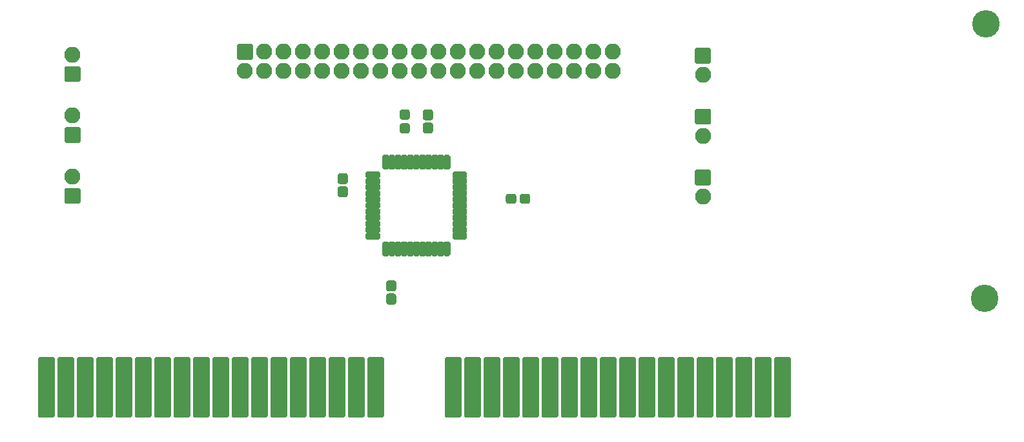
<source format=gbr>
G04 #@! TF.GenerationSoftware,KiCad,Pcbnew,5.1.9-2.fc34*
G04 #@! TF.CreationDate,2021-05-05T22:12:12+01:00*
G04 #@! TF.ProjectId,videoslotadapter,76696465-6f73-46c6-9f74-616461707465,rev?*
G04 #@! TF.SameCoordinates,Original*
G04 #@! TF.FileFunction,Soldermask,Top*
G04 #@! TF.FilePolarity,Negative*
%FSLAX46Y46*%
G04 Gerber Fmt 4.6, Leading zero omitted, Abs format (unit mm)*
G04 Created by KiCad (PCBNEW 5.1.9-2.fc34) date 2021-05-05 22:12:12*
%MOMM*%
%LPD*%
G01*
G04 APERTURE LIST*
%ADD10O,2.100000X2.100000*%
%ADD11C,3.600000*%
G04 APERTURE END LIST*
D10*
X199136000Y-79248000D03*
G36*
G01*
X198086000Y-77558000D02*
X198086000Y-75858000D01*
G75*
G02*
X198286000Y-75658000I200000J0D01*
G01*
X199986000Y-75658000D01*
G75*
G02*
X200186000Y-75858000I0J-200000D01*
G01*
X200186000Y-77558000D01*
G75*
G02*
X199986000Y-77758000I-200000J0D01*
G01*
X198286000Y-77758000D01*
G75*
G02*
X198086000Y-77558000I0J200000D01*
G01*
G37*
X116459000Y-76581000D03*
G36*
G01*
X117509000Y-78271000D02*
X117509000Y-79971000D01*
G75*
G02*
X117309000Y-80171000I-200000J0D01*
G01*
X115609000Y-80171000D01*
G75*
G02*
X115409000Y-79971000I0J200000D01*
G01*
X115409000Y-78271000D01*
G75*
G02*
X115609000Y-78071000I200000J0D01*
G01*
X117309000Y-78071000D01*
G75*
G02*
X117509000Y-78271000I0J-200000D01*
G01*
G37*
X199136000Y-87249000D03*
G36*
G01*
X198086000Y-85559000D02*
X198086000Y-83859000D01*
G75*
G02*
X198286000Y-83659000I200000J0D01*
G01*
X199986000Y-83659000D01*
G75*
G02*
X200186000Y-83859000I0J-200000D01*
G01*
X200186000Y-85559000D01*
G75*
G02*
X199986000Y-85759000I-200000J0D01*
G01*
X198286000Y-85759000D01*
G75*
G02*
X198086000Y-85559000I0J200000D01*
G01*
G37*
X116459000Y-84582000D03*
G36*
G01*
X117509000Y-86272000D02*
X117509000Y-87972000D01*
G75*
G02*
X117309000Y-88172000I-200000J0D01*
G01*
X115609000Y-88172000D01*
G75*
G02*
X115409000Y-87972000I0J200000D01*
G01*
X115409000Y-86272000D01*
G75*
G02*
X115609000Y-86072000I200000J0D01*
G01*
X117309000Y-86072000D01*
G75*
G02*
X117509000Y-86272000I0J-200000D01*
G01*
G37*
G36*
G01*
X152229500Y-85600000D02*
X151554500Y-85600000D01*
G75*
G02*
X151217000Y-85262500I0J337500D01*
G01*
X151217000Y-84462500D01*
G75*
G02*
X151554500Y-84125000I337500J0D01*
G01*
X152229500Y-84125000D01*
G75*
G02*
X152567000Y-84462500I0J-337500D01*
G01*
X152567000Y-85262500D01*
G75*
G02*
X152229500Y-85600000I-337500J0D01*
G01*
G37*
G36*
G01*
X152229500Y-87325000D02*
X151554500Y-87325000D01*
G75*
G02*
X151217000Y-86987500I0J337500D01*
G01*
X151217000Y-86187500D01*
G75*
G02*
X151554500Y-85850000I337500J0D01*
G01*
X152229500Y-85850000D01*
G75*
G02*
X152567000Y-86187500I0J-337500D01*
G01*
X152567000Y-86987500D01*
G75*
G02*
X152229500Y-87325000I-337500J0D01*
G01*
G37*
G36*
G01*
X165269000Y-93142000D02*
X165819000Y-93142000D01*
G75*
G02*
X166019000Y-93342000I0J-200000D01*
G01*
X166019000Y-94842000D01*
G75*
G02*
X165819000Y-95042000I-200000J0D01*
G01*
X165269000Y-95042000D01*
G75*
G02*
X165069000Y-94842000I0J200000D01*
G01*
X165069000Y-93342000D01*
G75*
G02*
X165269000Y-93142000I200000J0D01*
G01*
G37*
G36*
G01*
X164469000Y-93142000D02*
X165019000Y-93142000D01*
G75*
G02*
X165219000Y-93342000I0J-200000D01*
G01*
X165219000Y-94842000D01*
G75*
G02*
X165019000Y-95042000I-200000J0D01*
G01*
X164469000Y-95042000D01*
G75*
G02*
X164269000Y-94842000I0J200000D01*
G01*
X164269000Y-93342000D01*
G75*
G02*
X164469000Y-93142000I200000J0D01*
G01*
G37*
G36*
G01*
X163669000Y-93142000D02*
X164219000Y-93142000D01*
G75*
G02*
X164419000Y-93342000I0J-200000D01*
G01*
X164419000Y-94842000D01*
G75*
G02*
X164219000Y-95042000I-200000J0D01*
G01*
X163669000Y-95042000D01*
G75*
G02*
X163469000Y-94842000I0J200000D01*
G01*
X163469000Y-93342000D01*
G75*
G02*
X163669000Y-93142000I200000J0D01*
G01*
G37*
G36*
G01*
X162869000Y-93142000D02*
X163419000Y-93142000D01*
G75*
G02*
X163619000Y-93342000I0J-200000D01*
G01*
X163619000Y-94842000D01*
G75*
G02*
X163419000Y-95042000I-200000J0D01*
G01*
X162869000Y-95042000D01*
G75*
G02*
X162669000Y-94842000I0J200000D01*
G01*
X162669000Y-93342000D01*
G75*
G02*
X162869000Y-93142000I200000J0D01*
G01*
G37*
G36*
G01*
X162069000Y-93142000D02*
X162619000Y-93142000D01*
G75*
G02*
X162819000Y-93342000I0J-200000D01*
G01*
X162819000Y-94842000D01*
G75*
G02*
X162619000Y-95042000I-200000J0D01*
G01*
X162069000Y-95042000D01*
G75*
G02*
X161869000Y-94842000I0J200000D01*
G01*
X161869000Y-93342000D01*
G75*
G02*
X162069000Y-93142000I200000J0D01*
G01*
G37*
G36*
G01*
X161269000Y-93142000D02*
X161819000Y-93142000D01*
G75*
G02*
X162019000Y-93342000I0J-200000D01*
G01*
X162019000Y-94842000D01*
G75*
G02*
X161819000Y-95042000I-200000J0D01*
G01*
X161269000Y-95042000D01*
G75*
G02*
X161069000Y-94842000I0J200000D01*
G01*
X161069000Y-93342000D01*
G75*
G02*
X161269000Y-93142000I200000J0D01*
G01*
G37*
G36*
G01*
X160469000Y-93142000D02*
X161019000Y-93142000D01*
G75*
G02*
X161219000Y-93342000I0J-200000D01*
G01*
X161219000Y-94842000D01*
G75*
G02*
X161019000Y-95042000I-200000J0D01*
G01*
X160469000Y-95042000D01*
G75*
G02*
X160269000Y-94842000I0J200000D01*
G01*
X160269000Y-93342000D01*
G75*
G02*
X160469000Y-93142000I200000J0D01*
G01*
G37*
G36*
G01*
X159669000Y-93142000D02*
X160219000Y-93142000D01*
G75*
G02*
X160419000Y-93342000I0J-200000D01*
G01*
X160419000Y-94842000D01*
G75*
G02*
X160219000Y-95042000I-200000J0D01*
G01*
X159669000Y-95042000D01*
G75*
G02*
X159469000Y-94842000I0J200000D01*
G01*
X159469000Y-93342000D01*
G75*
G02*
X159669000Y-93142000I200000J0D01*
G01*
G37*
G36*
G01*
X158869000Y-93142000D02*
X159419000Y-93142000D01*
G75*
G02*
X159619000Y-93342000I0J-200000D01*
G01*
X159619000Y-94842000D01*
G75*
G02*
X159419000Y-95042000I-200000J0D01*
G01*
X158869000Y-95042000D01*
G75*
G02*
X158669000Y-94842000I0J200000D01*
G01*
X158669000Y-93342000D01*
G75*
G02*
X158869000Y-93142000I200000J0D01*
G01*
G37*
G36*
G01*
X158069000Y-93142000D02*
X158619000Y-93142000D01*
G75*
G02*
X158819000Y-93342000I0J-200000D01*
G01*
X158819000Y-94842000D01*
G75*
G02*
X158619000Y-95042000I-200000J0D01*
G01*
X158069000Y-95042000D01*
G75*
G02*
X157869000Y-94842000I0J200000D01*
G01*
X157869000Y-93342000D01*
G75*
G02*
X158069000Y-93142000I200000J0D01*
G01*
G37*
G36*
G01*
X157269000Y-93142000D02*
X157819000Y-93142000D01*
G75*
G02*
X158019000Y-93342000I0J-200000D01*
G01*
X158019000Y-94842000D01*
G75*
G02*
X157819000Y-95042000I-200000J0D01*
G01*
X157269000Y-95042000D01*
G75*
G02*
X157069000Y-94842000I0J200000D01*
G01*
X157069000Y-93342000D01*
G75*
G02*
X157269000Y-93142000I200000J0D01*
G01*
G37*
G36*
G01*
X156794000Y-92117000D02*
X156794000Y-92667000D01*
G75*
G02*
X156594000Y-92867000I-200000J0D01*
G01*
X155094000Y-92867000D01*
G75*
G02*
X154894000Y-92667000I0J200000D01*
G01*
X154894000Y-92117000D01*
G75*
G02*
X155094000Y-91917000I200000J0D01*
G01*
X156594000Y-91917000D01*
G75*
G02*
X156794000Y-92117000I0J-200000D01*
G01*
G37*
G36*
G01*
X156794000Y-91317000D02*
X156794000Y-91867000D01*
G75*
G02*
X156594000Y-92067000I-200000J0D01*
G01*
X155094000Y-92067000D01*
G75*
G02*
X154894000Y-91867000I0J200000D01*
G01*
X154894000Y-91317000D01*
G75*
G02*
X155094000Y-91117000I200000J0D01*
G01*
X156594000Y-91117000D01*
G75*
G02*
X156794000Y-91317000I0J-200000D01*
G01*
G37*
G36*
G01*
X156794000Y-90517000D02*
X156794000Y-91067000D01*
G75*
G02*
X156594000Y-91267000I-200000J0D01*
G01*
X155094000Y-91267000D01*
G75*
G02*
X154894000Y-91067000I0J200000D01*
G01*
X154894000Y-90517000D01*
G75*
G02*
X155094000Y-90317000I200000J0D01*
G01*
X156594000Y-90317000D01*
G75*
G02*
X156794000Y-90517000I0J-200000D01*
G01*
G37*
G36*
G01*
X156794000Y-89717000D02*
X156794000Y-90267000D01*
G75*
G02*
X156594000Y-90467000I-200000J0D01*
G01*
X155094000Y-90467000D01*
G75*
G02*
X154894000Y-90267000I0J200000D01*
G01*
X154894000Y-89717000D01*
G75*
G02*
X155094000Y-89517000I200000J0D01*
G01*
X156594000Y-89517000D01*
G75*
G02*
X156794000Y-89717000I0J-200000D01*
G01*
G37*
G36*
G01*
X156794000Y-88917000D02*
X156794000Y-89467000D01*
G75*
G02*
X156594000Y-89667000I-200000J0D01*
G01*
X155094000Y-89667000D01*
G75*
G02*
X154894000Y-89467000I0J200000D01*
G01*
X154894000Y-88917000D01*
G75*
G02*
X155094000Y-88717000I200000J0D01*
G01*
X156594000Y-88717000D01*
G75*
G02*
X156794000Y-88917000I0J-200000D01*
G01*
G37*
G36*
G01*
X156794000Y-88117000D02*
X156794000Y-88667000D01*
G75*
G02*
X156594000Y-88867000I-200000J0D01*
G01*
X155094000Y-88867000D01*
G75*
G02*
X154894000Y-88667000I0J200000D01*
G01*
X154894000Y-88117000D01*
G75*
G02*
X155094000Y-87917000I200000J0D01*
G01*
X156594000Y-87917000D01*
G75*
G02*
X156794000Y-88117000I0J-200000D01*
G01*
G37*
G36*
G01*
X156794000Y-87317000D02*
X156794000Y-87867000D01*
G75*
G02*
X156594000Y-88067000I-200000J0D01*
G01*
X155094000Y-88067000D01*
G75*
G02*
X154894000Y-87867000I0J200000D01*
G01*
X154894000Y-87317000D01*
G75*
G02*
X155094000Y-87117000I200000J0D01*
G01*
X156594000Y-87117000D01*
G75*
G02*
X156794000Y-87317000I0J-200000D01*
G01*
G37*
G36*
G01*
X156794000Y-86517000D02*
X156794000Y-87067000D01*
G75*
G02*
X156594000Y-87267000I-200000J0D01*
G01*
X155094000Y-87267000D01*
G75*
G02*
X154894000Y-87067000I0J200000D01*
G01*
X154894000Y-86517000D01*
G75*
G02*
X155094000Y-86317000I200000J0D01*
G01*
X156594000Y-86317000D01*
G75*
G02*
X156794000Y-86517000I0J-200000D01*
G01*
G37*
G36*
G01*
X156794000Y-85717000D02*
X156794000Y-86267000D01*
G75*
G02*
X156594000Y-86467000I-200000J0D01*
G01*
X155094000Y-86467000D01*
G75*
G02*
X154894000Y-86267000I0J200000D01*
G01*
X154894000Y-85717000D01*
G75*
G02*
X155094000Y-85517000I200000J0D01*
G01*
X156594000Y-85517000D01*
G75*
G02*
X156794000Y-85717000I0J-200000D01*
G01*
G37*
G36*
G01*
X156794000Y-84917000D02*
X156794000Y-85467000D01*
G75*
G02*
X156594000Y-85667000I-200000J0D01*
G01*
X155094000Y-85667000D01*
G75*
G02*
X154894000Y-85467000I0J200000D01*
G01*
X154894000Y-84917000D01*
G75*
G02*
X155094000Y-84717000I200000J0D01*
G01*
X156594000Y-84717000D01*
G75*
G02*
X156794000Y-84917000I0J-200000D01*
G01*
G37*
G36*
G01*
X156794000Y-84117000D02*
X156794000Y-84667000D01*
G75*
G02*
X156594000Y-84867000I-200000J0D01*
G01*
X155094000Y-84867000D01*
G75*
G02*
X154894000Y-84667000I0J200000D01*
G01*
X154894000Y-84117000D01*
G75*
G02*
X155094000Y-83917000I200000J0D01*
G01*
X156594000Y-83917000D01*
G75*
G02*
X156794000Y-84117000I0J-200000D01*
G01*
G37*
G36*
G01*
X157269000Y-81742000D02*
X157819000Y-81742000D01*
G75*
G02*
X158019000Y-81942000I0J-200000D01*
G01*
X158019000Y-83442000D01*
G75*
G02*
X157819000Y-83642000I-200000J0D01*
G01*
X157269000Y-83642000D01*
G75*
G02*
X157069000Y-83442000I0J200000D01*
G01*
X157069000Y-81942000D01*
G75*
G02*
X157269000Y-81742000I200000J0D01*
G01*
G37*
G36*
G01*
X158069000Y-81742000D02*
X158619000Y-81742000D01*
G75*
G02*
X158819000Y-81942000I0J-200000D01*
G01*
X158819000Y-83442000D01*
G75*
G02*
X158619000Y-83642000I-200000J0D01*
G01*
X158069000Y-83642000D01*
G75*
G02*
X157869000Y-83442000I0J200000D01*
G01*
X157869000Y-81942000D01*
G75*
G02*
X158069000Y-81742000I200000J0D01*
G01*
G37*
G36*
G01*
X158869000Y-81742000D02*
X159419000Y-81742000D01*
G75*
G02*
X159619000Y-81942000I0J-200000D01*
G01*
X159619000Y-83442000D01*
G75*
G02*
X159419000Y-83642000I-200000J0D01*
G01*
X158869000Y-83642000D01*
G75*
G02*
X158669000Y-83442000I0J200000D01*
G01*
X158669000Y-81942000D01*
G75*
G02*
X158869000Y-81742000I200000J0D01*
G01*
G37*
G36*
G01*
X159669000Y-81742000D02*
X160219000Y-81742000D01*
G75*
G02*
X160419000Y-81942000I0J-200000D01*
G01*
X160419000Y-83442000D01*
G75*
G02*
X160219000Y-83642000I-200000J0D01*
G01*
X159669000Y-83642000D01*
G75*
G02*
X159469000Y-83442000I0J200000D01*
G01*
X159469000Y-81942000D01*
G75*
G02*
X159669000Y-81742000I200000J0D01*
G01*
G37*
G36*
G01*
X160469000Y-81742000D02*
X161019000Y-81742000D01*
G75*
G02*
X161219000Y-81942000I0J-200000D01*
G01*
X161219000Y-83442000D01*
G75*
G02*
X161019000Y-83642000I-200000J0D01*
G01*
X160469000Y-83642000D01*
G75*
G02*
X160269000Y-83442000I0J200000D01*
G01*
X160269000Y-81942000D01*
G75*
G02*
X160469000Y-81742000I200000J0D01*
G01*
G37*
G36*
G01*
X161269000Y-81742000D02*
X161819000Y-81742000D01*
G75*
G02*
X162019000Y-81942000I0J-200000D01*
G01*
X162019000Y-83442000D01*
G75*
G02*
X161819000Y-83642000I-200000J0D01*
G01*
X161269000Y-83642000D01*
G75*
G02*
X161069000Y-83442000I0J200000D01*
G01*
X161069000Y-81942000D01*
G75*
G02*
X161269000Y-81742000I200000J0D01*
G01*
G37*
G36*
G01*
X162069000Y-81742000D02*
X162619000Y-81742000D01*
G75*
G02*
X162819000Y-81942000I0J-200000D01*
G01*
X162819000Y-83442000D01*
G75*
G02*
X162619000Y-83642000I-200000J0D01*
G01*
X162069000Y-83642000D01*
G75*
G02*
X161869000Y-83442000I0J200000D01*
G01*
X161869000Y-81942000D01*
G75*
G02*
X162069000Y-81742000I200000J0D01*
G01*
G37*
G36*
G01*
X162869000Y-81742000D02*
X163419000Y-81742000D01*
G75*
G02*
X163619000Y-81942000I0J-200000D01*
G01*
X163619000Y-83442000D01*
G75*
G02*
X163419000Y-83642000I-200000J0D01*
G01*
X162869000Y-83642000D01*
G75*
G02*
X162669000Y-83442000I0J200000D01*
G01*
X162669000Y-81942000D01*
G75*
G02*
X162869000Y-81742000I200000J0D01*
G01*
G37*
G36*
G01*
X163669000Y-81742000D02*
X164219000Y-81742000D01*
G75*
G02*
X164419000Y-81942000I0J-200000D01*
G01*
X164419000Y-83442000D01*
G75*
G02*
X164219000Y-83642000I-200000J0D01*
G01*
X163669000Y-83642000D01*
G75*
G02*
X163469000Y-83442000I0J200000D01*
G01*
X163469000Y-81942000D01*
G75*
G02*
X163669000Y-81742000I200000J0D01*
G01*
G37*
G36*
G01*
X164469000Y-81742000D02*
X165019000Y-81742000D01*
G75*
G02*
X165219000Y-81942000I0J-200000D01*
G01*
X165219000Y-83442000D01*
G75*
G02*
X165019000Y-83642000I-200000J0D01*
G01*
X164469000Y-83642000D01*
G75*
G02*
X164269000Y-83442000I0J200000D01*
G01*
X164269000Y-81942000D01*
G75*
G02*
X164469000Y-81742000I200000J0D01*
G01*
G37*
G36*
G01*
X165269000Y-81742000D02*
X165819000Y-81742000D01*
G75*
G02*
X166019000Y-81942000I0J-200000D01*
G01*
X166019000Y-83442000D01*
G75*
G02*
X165819000Y-83642000I-200000J0D01*
G01*
X165269000Y-83642000D01*
G75*
G02*
X165069000Y-83442000I0J200000D01*
G01*
X165069000Y-81942000D01*
G75*
G02*
X165269000Y-81742000I200000J0D01*
G01*
G37*
G36*
G01*
X168194000Y-84117000D02*
X168194000Y-84667000D01*
G75*
G02*
X167994000Y-84867000I-200000J0D01*
G01*
X166494000Y-84867000D01*
G75*
G02*
X166294000Y-84667000I0J200000D01*
G01*
X166294000Y-84117000D01*
G75*
G02*
X166494000Y-83917000I200000J0D01*
G01*
X167994000Y-83917000D01*
G75*
G02*
X168194000Y-84117000I0J-200000D01*
G01*
G37*
G36*
G01*
X168194000Y-84917000D02*
X168194000Y-85467000D01*
G75*
G02*
X167994000Y-85667000I-200000J0D01*
G01*
X166494000Y-85667000D01*
G75*
G02*
X166294000Y-85467000I0J200000D01*
G01*
X166294000Y-84917000D01*
G75*
G02*
X166494000Y-84717000I200000J0D01*
G01*
X167994000Y-84717000D01*
G75*
G02*
X168194000Y-84917000I0J-200000D01*
G01*
G37*
G36*
G01*
X168194000Y-85717000D02*
X168194000Y-86267000D01*
G75*
G02*
X167994000Y-86467000I-200000J0D01*
G01*
X166494000Y-86467000D01*
G75*
G02*
X166294000Y-86267000I0J200000D01*
G01*
X166294000Y-85717000D01*
G75*
G02*
X166494000Y-85517000I200000J0D01*
G01*
X167994000Y-85517000D01*
G75*
G02*
X168194000Y-85717000I0J-200000D01*
G01*
G37*
G36*
G01*
X168194000Y-86517000D02*
X168194000Y-87067000D01*
G75*
G02*
X167994000Y-87267000I-200000J0D01*
G01*
X166494000Y-87267000D01*
G75*
G02*
X166294000Y-87067000I0J200000D01*
G01*
X166294000Y-86517000D01*
G75*
G02*
X166494000Y-86317000I200000J0D01*
G01*
X167994000Y-86317000D01*
G75*
G02*
X168194000Y-86517000I0J-200000D01*
G01*
G37*
G36*
G01*
X168194000Y-87317000D02*
X168194000Y-87867000D01*
G75*
G02*
X167994000Y-88067000I-200000J0D01*
G01*
X166494000Y-88067000D01*
G75*
G02*
X166294000Y-87867000I0J200000D01*
G01*
X166294000Y-87317000D01*
G75*
G02*
X166494000Y-87117000I200000J0D01*
G01*
X167994000Y-87117000D01*
G75*
G02*
X168194000Y-87317000I0J-200000D01*
G01*
G37*
G36*
G01*
X168194000Y-88117000D02*
X168194000Y-88667000D01*
G75*
G02*
X167994000Y-88867000I-200000J0D01*
G01*
X166494000Y-88867000D01*
G75*
G02*
X166294000Y-88667000I0J200000D01*
G01*
X166294000Y-88117000D01*
G75*
G02*
X166494000Y-87917000I200000J0D01*
G01*
X167994000Y-87917000D01*
G75*
G02*
X168194000Y-88117000I0J-200000D01*
G01*
G37*
G36*
G01*
X168194000Y-88917000D02*
X168194000Y-89467000D01*
G75*
G02*
X167994000Y-89667000I-200000J0D01*
G01*
X166494000Y-89667000D01*
G75*
G02*
X166294000Y-89467000I0J200000D01*
G01*
X166294000Y-88917000D01*
G75*
G02*
X166494000Y-88717000I200000J0D01*
G01*
X167994000Y-88717000D01*
G75*
G02*
X168194000Y-88917000I0J-200000D01*
G01*
G37*
G36*
G01*
X168194000Y-89717000D02*
X168194000Y-90267000D01*
G75*
G02*
X167994000Y-90467000I-200000J0D01*
G01*
X166494000Y-90467000D01*
G75*
G02*
X166294000Y-90267000I0J200000D01*
G01*
X166294000Y-89717000D01*
G75*
G02*
X166494000Y-89517000I200000J0D01*
G01*
X167994000Y-89517000D01*
G75*
G02*
X168194000Y-89717000I0J-200000D01*
G01*
G37*
G36*
G01*
X168194000Y-90517000D02*
X168194000Y-91067000D01*
G75*
G02*
X167994000Y-91267000I-200000J0D01*
G01*
X166494000Y-91267000D01*
G75*
G02*
X166294000Y-91067000I0J200000D01*
G01*
X166294000Y-90517000D01*
G75*
G02*
X166494000Y-90317000I200000J0D01*
G01*
X167994000Y-90317000D01*
G75*
G02*
X168194000Y-90517000I0J-200000D01*
G01*
G37*
G36*
G01*
X168194000Y-91317000D02*
X168194000Y-91867000D01*
G75*
G02*
X167994000Y-92067000I-200000J0D01*
G01*
X166494000Y-92067000D01*
G75*
G02*
X166294000Y-91867000I0J200000D01*
G01*
X166294000Y-91317000D01*
G75*
G02*
X166494000Y-91117000I200000J0D01*
G01*
X167994000Y-91117000D01*
G75*
G02*
X168194000Y-91317000I0J-200000D01*
G01*
G37*
G36*
G01*
X168194000Y-92117000D02*
X168194000Y-92667000D01*
G75*
G02*
X167994000Y-92867000I-200000J0D01*
G01*
X166494000Y-92867000D01*
G75*
G02*
X166294000Y-92667000I0J200000D01*
G01*
X166294000Y-92117000D01*
G75*
G02*
X166494000Y-91917000I200000J0D01*
G01*
X167994000Y-91917000D01*
G75*
G02*
X168194000Y-92117000I0J-200000D01*
G01*
G37*
G36*
G01*
X160357500Y-77118000D02*
X159682500Y-77118000D01*
G75*
G02*
X159345000Y-76780500I0J337500D01*
G01*
X159345000Y-76080500D01*
G75*
G02*
X159682500Y-75743000I337500J0D01*
G01*
X160357500Y-75743000D01*
G75*
G02*
X160695000Y-76080500I0J-337500D01*
G01*
X160695000Y-76780500D01*
G75*
G02*
X160357500Y-77118000I-337500J0D01*
G01*
G37*
G36*
G01*
X160357500Y-78943000D02*
X159682500Y-78943000D01*
G75*
G02*
X159345000Y-78605500I0J337500D01*
G01*
X159345000Y-77905500D01*
G75*
G02*
X159682500Y-77568000I337500J0D01*
G01*
X160357500Y-77568000D01*
G75*
G02*
X160695000Y-77905500I0J-337500D01*
G01*
X160695000Y-78605500D01*
G75*
G02*
X160357500Y-78943000I-337500J0D01*
G01*
G37*
G36*
G01*
X175104000Y-87840500D02*
X175104000Y-87165500D01*
G75*
G02*
X175441500Y-86828000I337500J0D01*
G01*
X176141500Y-86828000D01*
G75*
G02*
X176479000Y-87165500I0J-337500D01*
G01*
X176479000Y-87840500D01*
G75*
G02*
X176141500Y-88178000I-337500J0D01*
G01*
X175441500Y-88178000D01*
G75*
G02*
X175104000Y-87840500I0J337500D01*
G01*
G37*
G36*
G01*
X173279000Y-87840500D02*
X173279000Y-87165500D01*
G75*
G02*
X173616500Y-86828000I337500J0D01*
G01*
X174316500Y-86828000D01*
G75*
G02*
X174654000Y-87165500I0J-337500D01*
G01*
X174654000Y-87840500D01*
G75*
G02*
X174316500Y-88178000I-337500J0D01*
G01*
X173616500Y-88178000D01*
G75*
G02*
X173279000Y-87840500I0J337500D01*
G01*
G37*
X187325000Y-70739000D03*
X187325000Y-68199000D03*
X184785000Y-70739000D03*
X184785000Y-68199000D03*
X182245000Y-70739000D03*
X182245000Y-68199000D03*
X179705000Y-70739000D03*
X179705000Y-68199000D03*
X177165000Y-70739000D03*
X177165000Y-68199000D03*
X174625000Y-70739000D03*
X174625000Y-68199000D03*
X172085000Y-70739000D03*
X172085000Y-68199000D03*
X169545000Y-70739000D03*
X169545000Y-68199000D03*
X167005000Y-70739000D03*
X167005000Y-68199000D03*
X164465000Y-70739000D03*
X164465000Y-68199000D03*
X161925000Y-70739000D03*
X161925000Y-68199000D03*
X159385000Y-70739000D03*
X159385000Y-68199000D03*
X156845000Y-70739000D03*
X156845000Y-68199000D03*
X154305000Y-70739000D03*
X154305000Y-68199000D03*
X151765000Y-70739000D03*
X151765000Y-68199000D03*
X149225000Y-70739000D03*
X149225000Y-68199000D03*
X146685000Y-70739000D03*
X146685000Y-68199000D03*
X144145000Y-70739000D03*
X144145000Y-68199000D03*
X141605000Y-70739000D03*
X141605000Y-68199000D03*
X139065000Y-70739000D03*
G36*
G01*
X139915000Y-69249000D02*
X138215000Y-69249000D01*
G75*
G02*
X138015000Y-69049000I0J200000D01*
G01*
X138015000Y-67349000D01*
G75*
G02*
X138215000Y-67149000I200000J0D01*
G01*
X139915000Y-67149000D01*
G75*
G02*
X140115000Y-67349000I0J-200000D01*
G01*
X140115000Y-69049000D01*
G75*
G02*
X139915000Y-69249000I-200000J0D01*
G01*
G37*
D11*
X236093000Y-100584000D03*
X236220000Y-64516000D03*
G36*
G01*
X163405500Y-77218000D02*
X162730500Y-77218000D01*
G75*
G02*
X162393000Y-76880500I0J337500D01*
G01*
X162393000Y-76080500D01*
G75*
G02*
X162730500Y-75743000I337500J0D01*
G01*
X163405500Y-75743000D01*
G75*
G02*
X163743000Y-76080500I0J-337500D01*
G01*
X163743000Y-76880500D01*
G75*
G02*
X163405500Y-77218000I-337500J0D01*
G01*
G37*
G36*
G01*
X163405500Y-78943000D02*
X162730500Y-78943000D01*
G75*
G02*
X162393000Y-78605500I0J337500D01*
G01*
X162393000Y-77805500D01*
G75*
G02*
X162730500Y-77468000I337500J0D01*
G01*
X163405500Y-77468000D01*
G75*
G02*
X163743000Y-77805500I0J-337500D01*
G01*
X163743000Y-78605500D01*
G75*
G02*
X163405500Y-78943000I-337500J0D01*
G01*
G37*
G36*
G01*
X157904500Y-99947000D02*
X158579500Y-99947000D01*
G75*
G02*
X158917000Y-100284500I0J-337500D01*
G01*
X158917000Y-101084500D01*
G75*
G02*
X158579500Y-101422000I-337500J0D01*
G01*
X157904500Y-101422000D01*
G75*
G02*
X157567000Y-101084500I0J337500D01*
G01*
X157567000Y-100284500D01*
G75*
G02*
X157904500Y-99947000I337500J0D01*
G01*
G37*
G36*
G01*
X157904500Y-98222000D02*
X158579500Y-98222000D01*
G75*
G02*
X158917000Y-98559500I0J-337500D01*
G01*
X158917000Y-99359500D01*
G75*
G02*
X158579500Y-99697000I-337500J0D01*
G01*
X157904500Y-99697000D01*
G75*
G02*
X157567000Y-99359500I0J337500D01*
G01*
X157567000Y-98559500D01*
G75*
G02*
X157904500Y-98222000I337500J0D01*
G01*
G37*
G36*
G01*
X208464000Y-116082000D02*
X208464000Y-108462000D01*
G75*
G02*
X208664000Y-108262000I200000J0D01*
G01*
X210444000Y-108262000D01*
G75*
G02*
X210644000Y-108462000I0J-200000D01*
G01*
X210644000Y-116082000D01*
G75*
G02*
X210444000Y-116282000I-200000J0D01*
G01*
X208664000Y-116282000D01*
G75*
G02*
X208464000Y-116082000I0J200000D01*
G01*
G37*
G36*
G01*
X205924000Y-116082000D02*
X205924000Y-108462000D01*
G75*
G02*
X206124000Y-108262000I200000J0D01*
G01*
X207904000Y-108262000D01*
G75*
G02*
X208104000Y-108462000I0J-200000D01*
G01*
X208104000Y-116082000D01*
G75*
G02*
X207904000Y-116282000I-200000J0D01*
G01*
X206124000Y-116282000D01*
G75*
G02*
X205924000Y-116082000I0J200000D01*
G01*
G37*
G36*
G01*
X203384000Y-116082000D02*
X203384000Y-108462000D01*
G75*
G02*
X203584000Y-108262000I200000J0D01*
G01*
X205364000Y-108262000D01*
G75*
G02*
X205564000Y-108462000I0J-200000D01*
G01*
X205564000Y-116082000D01*
G75*
G02*
X205364000Y-116282000I-200000J0D01*
G01*
X203584000Y-116282000D01*
G75*
G02*
X203384000Y-116082000I0J200000D01*
G01*
G37*
G36*
G01*
X200844000Y-116082000D02*
X200844000Y-108462000D01*
G75*
G02*
X201044000Y-108262000I200000J0D01*
G01*
X202824000Y-108262000D01*
G75*
G02*
X203024000Y-108462000I0J-200000D01*
G01*
X203024000Y-116082000D01*
G75*
G02*
X202824000Y-116282000I-200000J0D01*
G01*
X201044000Y-116282000D01*
G75*
G02*
X200844000Y-116082000I0J200000D01*
G01*
G37*
G36*
G01*
X198304000Y-116082000D02*
X198304000Y-108462000D01*
G75*
G02*
X198504000Y-108262000I200000J0D01*
G01*
X200284000Y-108262000D01*
G75*
G02*
X200484000Y-108462000I0J-200000D01*
G01*
X200484000Y-116082000D01*
G75*
G02*
X200284000Y-116282000I-200000J0D01*
G01*
X198504000Y-116282000D01*
G75*
G02*
X198304000Y-116082000I0J200000D01*
G01*
G37*
G36*
G01*
X195764000Y-116082000D02*
X195764000Y-108462000D01*
G75*
G02*
X195964000Y-108262000I200000J0D01*
G01*
X197744000Y-108262000D01*
G75*
G02*
X197944000Y-108462000I0J-200000D01*
G01*
X197944000Y-116082000D01*
G75*
G02*
X197744000Y-116282000I-200000J0D01*
G01*
X195964000Y-116282000D01*
G75*
G02*
X195764000Y-116082000I0J200000D01*
G01*
G37*
G36*
G01*
X193224000Y-116082000D02*
X193224000Y-108462000D01*
G75*
G02*
X193424000Y-108262000I200000J0D01*
G01*
X195204000Y-108262000D01*
G75*
G02*
X195404000Y-108462000I0J-200000D01*
G01*
X195404000Y-116082000D01*
G75*
G02*
X195204000Y-116282000I-200000J0D01*
G01*
X193424000Y-116282000D01*
G75*
G02*
X193224000Y-116082000I0J200000D01*
G01*
G37*
G36*
G01*
X190684000Y-116082000D02*
X190684000Y-108462000D01*
G75*
G02*
X190884000Y-108262000I200000J0D01*
G01*
X192664000Y-108262000D01*
G75*
G02*
X192864000Y-108462000I0J-200000D01*
G01*
X192864000Y-116082000D01*
G75*
G02*
X192664000Y-116282000I-200000J0D01*
G01*
X190884000Y-116282000D01*
G75*
G02*
X190684000Y-116082000I0J200000D01*
G01*
G37*
G36*
G01*
X188144000Y-116082000D02*
X188144000Y-108462000D01*
G75*
G02*
X188344000Y-108262000I200000J0D01*
G01*
X190124000Y-108262000D01*
G75*
G02*
X190324000Y-108462000I0J-200000D01*
G01*
X190324000Y-116082000D01*
G75*
G02*
X190124000Y-116282000I-200000J0D01*
G01*
X188344000Y-116282000D01*
G75*
G02*
X188144000Y-116082000I0J200000D01*
G01*
G37*
G36*
G01*
X185604000Y-116082000D02*
X185604000Y-108462000D01*
G75*
G02*
X185804000Y-108262000I200000J0D01*
G01*
X187584000Y-108262000D01*
G75*
G02*
X187784000Y-108462000I0J-200000D01*
G01*
X187784000Y-116082000D01*
G75*
G02*
X187584000Y-116282000I-200000J0D01*
G01*
X185804000Y-116282000D01*
G75*
G02*
X185604000Y-116082000I0J200000D01*
G01*
G37*
G36*
G01*
X183064000Y-116082000D02*
X183064000Y-108462000D01*
G75*
G02*
X183264000Y-108262000I200000J0D01*
G01*
X185044000Y-108262000D01*
G75*
G02*
X185244000Y-108462000I0J-200000D01*
G01*
X185244000Y-116082000D01*
G75*
G02*
X185044000Y-116282000I-200000J0D01*
G01*
X183264000Y-116282000D01*
G75*
G02*
X183064000Y-116082000I0J200000D01*
G01*
G37*
G36*
G01*
X180524000Y-116082000D02*
X180524000Y-108462000D01*
G75*
G02*
X180724000Y-108262000I200000J0D01*
G01*
X182504000Y-108262000D01*
G75*
G02*
X182704000Y-108462000I0J-200000D01*
G01*
X182704000Y-116082000D01*
G75*
G02*
X182504000Y-116282000I-200000J0D01*
G01*
X180724000Y-116282000D01*
G75*
G02*
X180524000Y-116082000I0J200000D01*
G01*
G37*
G36*
G01*
X177984000Y-116082000D02*
X177984000Y-108462000D01*
G75*
G02*
X178184000Y-108262000I200000J0D01*
G01*
X179964000Y-108262000D01*
G75*
G02*
X180164000Y-108462000I0J-200000D01*
G01*
X180164000Y-116082000D01*
G75*
G02*
X179964000Y-116282000I-200000J0D01*
G01*
X178184000Y-116282000D01*
G75*
G02*
X177984000Y-116082000I0J200000D01*
G01*
G37*
G36*
G01*
X175444000Y-116082000D02*
X175444000Y-108462000D01*
G75*
G02*
X175644000Y-108262000I200000J0D01*
G01*
X177424000Y-108262000D01*
G75*
G02*
X177624000Y-108462000I0J-200000D01*
G01*
X177624000Y-116082000D01*
G75*
G02*
X177424000Y-116282000I-200000J0D01*
G01*
X175644000Y-116282000D01*
G75*
G02*
X175444000Y-116082000I0J200000D01*
G01*
G37*
G36*
G01*
X172904000Y-116082000D02*
X172904000Y-108462000D01*
G75*
G02*
X173104000Y-108262000I200000J0D01*
G01*
X174884000Y-108262000D01*
G75*
G02*
X175084000Y-108462000I0J-200000D01*
G01*
X175084000Y-116082000D01*
G75*
G02*
X174884000Y-116282000I-200000J0D01*
G01*
X173104000Y-116282000D01*
G75*
G02*
X172904000Y-116082000I0J200000D01*
G01*
G37*
G36*
G01*
X170364000Y-116082000D02*
X170364000Y-108462000D01*
G75*
G02*
X170564000Y-108262000I200000J0D01*
G01*
X172344000Y-108262000D01*
G75*
G02*
X172544000Y-108462000I0J-200000D01*
G01*
X172544000Y-116082000D01*
G75*
G02*
X172344000Y-116282000I-200000J0D01*
G01*
X170564000Y-116282000D01*
G75*
G02*
X170364000Y-116082000I0J200000D01*
G01*
G37*
G36*
G01*
X167824000Y-116082000D02*
X167824000Y-108462000D01*
G75*
G02*
X168024000Y-108262000I200000J0D01*
G01*
X169804000Y-108262000D01*
G75*
G02*
X170004000Y-108462000I0J-200000D01*
G01*
X170004000Y-116082000D01*
G75*
G02*
X169804000Y-116282000I-200000J0D01*
G01*
X168024000Y-116282000D01*
G75*
G02*
X167824000Y-116082000I0J200000D01*
G01*
G37*
G36*
G01*
X165284000Y-116082000D02*
X165284000Y-108462000D01*
G75*
G02*
X165484000Y-108262000I200000J0D01*
G01*
X167264000Y-108262000D01*
G75*
G02*
X167464000Y-108462000I0J-200000D01*
G01*
X167464000Y-116082000D01*
G75*
G02*
X167264000Y-116282000I-200000J0D01*
G01*
X165484000Y-116282000D01*
G75*
G02*
X165284000Y-116082000I0J200000D01*
G01*
G37*
G36*
G01*
X155124000Y-116082000D02*
X155124000Y-108462000D01*
G75*
G02*
X155324000Y-108262000I200000J0D01*
G01*
X157104000Y-108262000D01*
G75*
G02*
X157304000Y-108462000I0J-200000D01*
G01*
X157304000Y-116082000D01*
G75*
G02*
X157104000Y-116282000I-200000J0D01*
G01*
X155324000Y-116282000D01*
G75*
G02*
X155124000Y-116082000I0J200000D01*
G01*
G37*
G36*
G01*
X152584000Y-116082000D02*
X152584000Y-108462000D01*
G75*
G02*
X152784000Y-108262000I200000J0D01*
G01*
X154564000Y-108262000D01*
G75*
G02*
X154764000Y-108462000I0J-200000D01*
G01*
X154764000Y-116082000D01*
G75*
G02*
X154564000Y-116282000I-200000J0D01*
G01*
X152784000Y-116282000D01*
G75*
G02*
X152584000Y-116082000I0J200000D01*
G01*
G37*
G36*
G01*
X150044000Y-116082000D02*
X150044000Y-108462000D01*
G75*
G02*
X150244000Y-108262000I200000J0D01*
G01*
X152024000Y-108262000D01*
G75*
G02*
X152224000Y-108462000I0J-200000D01*
G01*
X152224000Y-116082000D01*
G75*
G02*
X152024000Y-116282000I-200000J0D01*
G01*
X150244000Y-116282000D01*
G75*
G02*
X150044000Y-116082000I0J200000D01*
G01*
G37*
G36*
G01*
X147504000Y-116082000D02*
X147504000Y-108462000D01*
G75*
G02*
X147704000Y-108262000I200000J0D01*
G01*
X149484000Y-108262000D01*
G75*
G02*
X149684000Y-108462000I0J-200000D01*
G01*
X149684000Y-116082000D01*
G75*
G02*
X149484000Y-116282000I-200000J0D01*
G01*
X147704000Y-116282000D01*
G75*
G02*
X147504000Y-116082000I0J200000D01*
G01*
G37*
G36*
G01*
X144964000Y-116082000D02*
X144964000Y-108462000D01*
G75*
G02*
X145164000Y-108262000I200000J0D01*
G01*
X146944000Y-108262000D01*
G75*
G02*
X147144000Y-108462000I0J-200000D01*
G01*
X147144000Y-116082000D01*
G75*
G02*
X146944000Y-116282000I-200000J0D01*
G01*
X145164000Y-116282000D01*
G75*
G02*
X144964000Y-116082000I0J200000D01*
G01*
G37*
G36*
G01*
X142424000Y-116082000D02*
X142424000Y-108462000D01*
G75*
G02*
X142624000Y-108262000I200000J0D01*
G01*
X144404000Y-108262000D01*
G75*
G02*
X144604000Y-108462000I0J-200000D01*
G01*
X144604000Y-116082000D01*
G75*
G02*
X144404000Y-116282000I-200000J0D01*
G01*
X142624000Y-116282000D01*
G75*
G02*
X142424000Y-116082000I0J200000D01*
G01*
G37*
G36*
G01*
X139884000Y-116082000D02*
X139884000Y-108462000D01*
G75*
G02*
X140084000Y-108262000I200000J0D01*
G01*
X141864000Y-108262000D01*
G75*
G02*
X142064000Y-108462000I0J-200000D01*
G01*
X142064000Y-116082000D01*
G75*
G02*
X141864000Y-116282000I-200000J0D01*
G01*
X140084000Y-116282000D01*
G75*
G02*
X139884000Y-116082000I0J200000D01*
G01*
G37*
G36*
G01*
X137344000Y-116082000D02*
X137344000Y-108462000D01*
G75*
G02*
X137544000Y-108262000I200000J0D01*
G01*
X139324000Y-108262000D01*
G75*
G02*
X139524000Y-108462000I0J-200000D01*
G01*
X139524000Y-116082000D01*
G75*
G02*
X139324000Y-116282000I-200000J0D01*
G01*
X137544000Y-116282000D01*
G75*
G02*
X137344000Y-116082000I0J200000D01*
G01*
G37*
G36*
G01*
X134804000Y-116082000D02*
X134804000Y-108462000D01*
G75*
G02*
X135004000Y-108262000I200000J0D01*
G01*
X136784000Y-108262000D01*
G75*
G02*
X136984000Y-108462000I0J-200000D01*
G01*
X136984000Y-116082000D01*
G75*
G02*
X136784000Y-116282000I-200000J0D01*
G01*
X135004000Y-116282000D01*
G75*
G02*
X134804000Y-116082000I0J200000D01*
G01*
G37*
G36*
G01*
X132264000Y-116082000D02*
X132264000Y-108462000D01*
G75*
G02*
X132464000Y-108262000I200000J0D01*
G01*
X134244000Y-108262000D01*
G75*
G02*
X134444000Y-108462000I0J-200000D01*
G01*
X134444000Y-116082000D01*
G75*
G02*
X134244000Y-116282000I-200000J0D01*
G01*
X132464000Y-116282000D01*
G75*
G02*
X132264000Y-116082000I0J200000D01*
G01*
G37*
G36*
G01*
X129724000Y-116082000D02*
X129724000Y-108462000D01*
G75*
G02*
X129924000Y-108262000I200000J0D01*
G01*
X131704000Y-108262000D01*
G75*
G02*
X131904000Y-108462000I0J-200000D01*
G01*
X131904000Y-116082000D01*
G75*
G02*
X131704000Y-116282000I-200000J0D01*
G01*
X129924000Y-116282000D01*
G75*
G02*
X129724000Y-116082000I0J200000D01*
G01*
G37*
G36*
G01*
X127184000Y-116082000D02*
X127184000Y-108462000D01*
G75*
G02*
X127384000Y-108262000I200000J0D01*
G01*
X129164000Y-108262000D01*
G75*
G02*
X129364000Y-108462000I0J-200000D01*
G01*
X129364000Y-116082000D01*
G75*
G02*
X129164000Y-116282000I-200000J0D01*
G01*
X127384000Y-116282000D01*
G75*
G02*
X127184000Y-116082000I0J200000D01*
G01*
G37*
G36*
G01*
X124644000Y-116082000D02*
X124644000Y-108462000D01*
G75*
G02*
X124844000Y-108262000I200000J0D01*
G01*
X126624000Y-108262000D01*
G75*
G02*
X126824000Y-108462000I0J-200000D01*
G01*
X126824000Y-116082000D01*
G75*
G02*
X126624000Y-116282000I-200000J0D01*
G01*
X124844000Y-116282000D01*
G75*
G02*
X124644000Y-116082000I0J200000D01*
G01*
G37*
G36*
G01*
X122104000Y-116082000D02*
X122104000Y-108462000D01*
G75*
G02*
X122304000Y-108262000I200000J0D01*
G01*
X124084000Y-108262000D01*
G75*
G02*
X124284000Y-108462000I0J-200000D01*
G01*
X124284000Y-116082000D01*
G75*
G02*
X124084000Y-116282000I-200000J0D01*
G01*
X122304000Y-116282000D01*
G75*
G02*
X122104000Y-116082000I0J200000D01*
G01*
G37*
G36*
G01*
X119564000Y-116082000D02*
X119564000Y-108462000D01*
G75*
G02*
X119764000Y-108262000I200000J0D01*
G01*
X121544000Y-108262000D01*
G75*
G02*
X121744000Y-108462000I0J-200000D01*
G01*
X121744000Y-116082000D01*
G75*
G02*
X121544000Y-116282000I-200000J0D01*
G01*
X119764000Y-116282000D01*
G75*
G02*
X119564000Y-116082000I0J200000D01*
G01*
G37*
G36*
G01*
X117024000Y-116082000D02*
X117024000Y-108462000D01*
G75*
G02*
X117224000Y-108262000I200000J0D01*
G01*
X119004000Y-108262000D01*
G75*
G02*
X119204000Y-108462000I0J-200000D01*
G01*
X119204000Y-116082000D01*
G75*
G02*
X119004000Y-116282000I-200000J0D01*
G01*
X117224000Y-116282000D01*
G75*
G02*
X117024000Y-116082000I0J200000D01*
G01*
G37*
G36*
G01*
X114484000Y-116082000D02*
X114484000Y-108462000D01*
G75*
G02*
X114684000Y-108262000I200000J0D01*
G01*
X116464000Y-108262000D01*
G75*
G02*
X116664000Y-108462000I0J-200000D01*
G01*
X116664000Y-116082000D01*
G75*
G02*
X116464000Y-116282000I-200000J0D01*
G01*
X114684000Y-116282000D01*
G75*
G02*
X114484000Y-116082000I0J200000D01*
G01*
G37*
G36*
G01*
X111944000Y-116082000D02*
X111944000Y-108462000D01*
G75*
G02*
X112144000Y-108262000I200000J0D01*
G01*
X113924000Y-108262000D01*
G75*
G02*
X114124000Y-108462000I0J-200000D01*
G01*
X114124000Y-116082000D01*
G75*
G02*
X113924000Y-116282000I-200000J0D01*
G01*
X112144000Y-116282000D01*
G75*
G02*
X111944000Y-116082000I0J200000D01*
G01*
G37*
D10*
X199136000Y-71247000D03*
G36*
G01*
X198086000Y-69557000D02*
X198086000Y-67857000D01*
G75*
G02*
X198286000Y-67657000I200000J0D01*
G01*
X199986000Y-67657000D01*
G75*
G02*
X200186000Y-67857000I0J-200000D01*
G01*
X200186000Y-69557000D01*
G75*
G02*
X199986000Y-69757000I-200000J0D01*
G01*
X198286000Y-69757000D01*
G75*
G02*
X198086000Y-69557000I0J200000D01*
G01*
G37*
G36*
G01*
X117509000Y-70270000D02*
X117509000Y-71970000D01*
G75*
G02*
X117309000Y-72170000I-200000J0D01*
G01*
X115609000Y-72170000D01*
G75*
G02*
X115409000Y-71970000I0J200000D01*
G01*
X115409000Y-70270000D01*
G75*
G02*
X115609000Y-70070000I200000J0D01*
G01*
X117309000Y-70070000D01*
G75*
G02*
X117509000Y-70270000I0J-200000D01*
G01*
G37*
X116459000Y-68580000D03*
M02*

</source>
